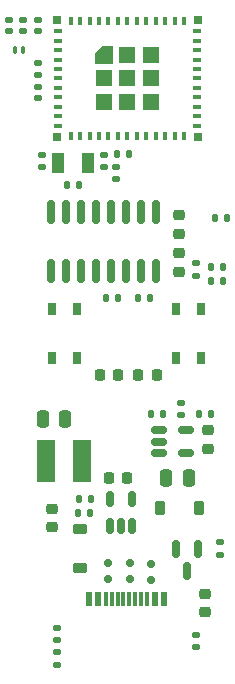
<source format=gbr>
%TF.GenerationSoftware,KiCad,Pcbnew,9.0.1*%
%TF.CreationDate,2025-04-24T12:06:56+02:00*%
%TF.ProjectId,crimpdeq,6372696d-7064-4657-912e-6b696361645f,rev?*%
%TF.SameCoordinates,Original*%
%TF.FileFunction,Paste,Top*%
%TF.FilePolarity,Positive*%
%FSLAX46Y46*%
G04 Gerber Fmt 4.6, Leading zero omitted, Abs format (unit mm)*
G04 Created by KiCad (PCBNEW 9.0.1) date 2025-04-24 12:06:56*
%MOMM*%
%LPD*%
G01*
G04 APERTURE LIST*
G04 Aperture macros list*
%AMRoundRect*
0 Rectangle with rounded corners*
0 $1 Rounding radius*
0 $2 $3 $4 $5 $6 $7 $8 $9 X,Y pos of 4 corners*
0 Add a 4 corners polygon primitive as box body*
4,1,4,$2,$3,$4,$5,$6,$7,$8,$9,$2,$3,0*
0 Add four circle primitives for the rounded corners*
1,1,$1+$1,$2,$3*
1,1,$1+$1,$4,$5*
1,1,$1+$1,$6,$7*
1,1,$1+$1,$8,$9*
0 Add four rect primitives between the rounded corners*
20,1,$1+$1,$2,$3,$4,$5,0*
20,1,$1+$1,$4,$5,$6,$7,0*
20,1,$1+$1,$6,$7,$8,$9,0*
20,1,$1+$1,$8,$9,$2,$3,0*%
%AMFreePoly0*
4,1,6,0.725000,-0.725000,-0.725000,-0.725000,-0.725000,0.125000,-0.125000,0.725000,0.725000,0.725000,0.725000,-0.725000,0.725000,-0.725000,$1*%
G04 Aperture macros list end*
%ADD10RoundRect,0.135000X-0.135000X-0.185000X0.135000X-0.185000X0.135000X0.185000X-0.135000X0.185000X0*%
%ADD11RoundRect,0.150000X-0.200000X0.150000X-0.200000X-0.150000X0.200000X-0.150000X0.200000X0.150000X0*%
%ADD12RoundRect,0.250000X-0.250000X-0.475000X0.250000X-0.475000X0.250000X0.475000X-0.250000X0.475000X0*%
%ADD13RoundRect,0.218750X-0.256250X0.218750X-0.256250X-0.218750X0.256250X-0.218750X0.256250X0.218750X0*%
%ADD14RoundRect,0.140000X0.170000X-0.140000X0.170000X0.140000X-0.170000X0.140000X-0.170000X-0.140000X0*%
%ADD15RoundRect,0.150000X-0.512500X-0.150000X0.512500X-0.150000X0.512500X0.150000X-0.512500X0.150000X0*%
%ADD16RoundRect,0.225000X-0.250000X0.225000X-0.250000X-0.225000X0.250000X-0.225000X0.250000X0.225000X0*%
%ADD17RoundRect,0.225000X-0.225000X-0.250000X0.225000X-0.250000X0.225000X0.250000X-0.225000X0.250000X0*%
%ADD18RoundRect,0.135000X-0.185000X0.135000X-0.185000X-0.135000X0.185000X-0.135000X0.185000X0.135000X0*%
%ADD19RoundRect,0.225000X0.250000X-0.225000X0.250000X0.225000X-0.250000X0.225000X-0.250000X-0.225000X0*%
%ADD20RoundRect,0.140000X-0.170000X0.140000X-0.170000X-0.140000X0.170000X-0.140000X0.170000X0.140000X0*%
%ADD21RoundRect,0.150000X-0.150000X0.587500X-0.150000X-0.587500X0.150000X-0.587500X0.150000X0.587500X0*%
%ADD22R,0.650000X1.050000*%
%ADD23RoundRect,0.135000X0.135000X0.185000X-0.135000X0.185000X-0.135000X-0.185000X0.135000X-0.185000X0*%
%ADD24RoundRect,0.225000X0.225000X0.375000X-0.225000X0.375000X-0.225000X-0.375000X0.225000X-0.375000X0*%
%ADD25RoundRect,0.150000X0.150000X-0.512500X0.150000X0.512500X-0.150000X0.512500X-0.150000X-0.512500X0*%
%ADD26RoundRect,0.135000X0.185000X-0.135000X0.185000X0.135000X-0.185000X0.135000X-0.185000X-0.135000X0*%
%ADD27R,0.800000X0.400000*%
%ADD28R,0.400000X0.800000*%
%ADD29FreePoly0,0.000000*%
%ADD30R,1.450000X1.450000*%
%ADD31R,0.700000X0.700000*%
%ADD32R,1.500000X3.600000*%
%ADD33R,1.000000X1.800000*%
%ADD34RoundRect,0.250000X0.250000X0.475000X-0.250000X0.475000X-0.250000X-0.475000X0.250000X-0.475000X0*%
%ADD35RoundRect,0.225000X-0.375000X0.225000X-0.375000X-0.225000X0.375000X-0.225000X0.375000X0.225000X0*%
%ADD36RoundRect,0.140000X0.140000X0.170000X-0.140000X0.170000X-0.140000X-0.170000X0.140000X-0.170000X0*%
%ADD37RoundRect,0.050000X0.100000X0.250000X-0.100000X0.250000X-0.100000X-0.250000X0.100000X-0.250000X0*%
%ADD38RoundRect,0.150000X0.150000X-0.850000X0.150000X0.850000X-0.150000X0.850000X-0.150000X-0.850000X0*%
%ADD39R,0.600000X1.150000*%
%ADD40R,0.300000X1.150000*%
G04 APERTURE END LIST*
D10*
%TO.C,R8*%
X148180000Y-70200000D03*
X149200000Y-70200000D03*
%TD*%
D11*
%TO.C,D10*%
X141000000Y-100800000D03*
X141000000Y-99400000D03*
%TD*%
D12*
%TO.C,C17*%
X133650000Y-87200000D03*
X135550000Y-87200000D03*
%TD*%
D13*
%TO.C,D1*%
X134400000Y-94812500D03*
X134400000Y-96387500D03*
%TD*%
D14*
%TO.C,C7*%
X133600000Y-65880000D03*
X133600000Y-64920000D03*
%TD*%
D11*
%TO.C,D9*%
X142800000Y-100900000D03*
X142800000Y-99500000D03*
%TD*%
D15*
%TO.C,U6*%
X143450000Y-88200000D03*
X143450000Y-89150000D03*
X143450000Y-90100000D03*
X145725000Y-90100000D03*
X145725000Y-88200000D03*
%TD*%
D11*
%TO.C,D7*%
X139200000Y-100800000D03*
X139200000Y-99400000D03*
%TD*%
D16*
%TO.C,C16*%
X147650000Y-88200000D03*
X147650000Y-89750000D03*
%TD*%
D17*
%TO.C,C10*%
X141725000Y-83500000D03*
X143275000Y-83500000D03*
%TD*%
D10*
%TO.C,R6*%
X141690000Y-77000000D03*
X142710000Y-77000000D03*
%TD*%
D16*
%TO.C,C11*%
X145200000Y-70000000D03*
X145200000Y-71550000D03*
%TD*%
D18*
%TO.C,R19*%
X134800000Y-104890000D03*
X134800000Y-105910000D03*
%TD*%
D19*
%TO.C,C12*%
X145200000Y-74750000D03*
X145200000Y-73200000D03*
%TD*%
D20*
%TO.C,C3*%
X133200000Y-59120000D03*
X133200000Y-60080000D03*
%TD*%
D10*
%TO.C,R11*%
X139890000Y-64800000D03*
X140910000Y-64800000D03*
%TD*%
D21*
%TO.C,Q2*%
X146800000Y-98262500D03*
X144900000Y-98262500D03*
X145850000Y-100137500D03*
%TD*%
D22*
%TO.C,SW2*%
X144925000Y-82075000D03*
X144925000Y-77925000D03*
X147075000Y-82075000D03*
X147075000Y-77925000D03*
%TD*%
D14*
%TO.C,C1*%
X133200000Y-54400000D03*
X133200000Y-53440000D03*
%TD*%
%TO.C,C4*%
X130800000Y-54400000D03*
X130800000Y-53440000D03*
%TD*%
D23*
%TO.C,R15*%
X147870000Y-86800000D03*
X146850000Y-86800000D03*
%TD*%
D24*
%TO.C,D2*%
X146850000Y-94800000D03*
X143550000Y-94800000D03*
%TD*%
D25*
%TO.C,U2*%
X139300000Y-96275000D03*
X140250000Y-96275000D03*
X141200000Y-96275000D03*
X141200000Y-94000000D03*
X139300000Y-94000000D03*
%TD*%
D18*
%TO.C,R9*%
X148600000Y-97690000D03*
X148600000Y-98710000D03*
%TD*%
D23*
%TO.C,R10*%
X148910000Y-74375000D03*
X147890000Y-74375000D03*
%TD*%
D18*
%TO.C,R18*%
X146600000Y-105490000D03*
X146600000Y-106510000D03*
%TD*%
D26*
%TO.C,R17*%
X134800000Y-108020000D03*
X134800000Y-107000000D03*
%TD*%
D27*
%TO.C,U1*%
X134900000Y-54400000D03*
X134900000Y-55200000D03*
X134900000Y-56000000D03*
X134900000Y-56800000D03*
X134900000Y-57600000D03*
X134900000Y-58400000D03*
X134900000Y-59200000D03*
X134900000Y-60000000D03*
X134900000Y-60800000D03*
X134900000Y-61600000D03*
X134900000Y-62400000D03*
D28*
X136000000Y-63300000D03*
X136800000Y-63300000D03*
X137600000Y-63300000D03*
X138400000Y-63300000D03*
X139200000Y-63300000D03*
X140000000Y-63300000D03*
X140800000Y-63300000D03*
X141600000Y-63300000D03*
X142400000Y-63300000D03*
X143200000Y-63300000D03*
X144000000Y-63300000D03*
X144800000Y-63300000D03*
X145600000Y-63300000D03*
D27*
X146700000Y-62400000D03*
X146700000Y-61600000D03*
X146700000Y-60800000D03*
X146700000Y-60000000D03*
X146700000Y-59200000D03*
X146700000Y-58400000D03*
X146700000Y-57600000D03*
X146700000Y-56800000D03*
X146700000Y-56000000D03*
X146700000Y-55200000D03*
X146700000Y-54400000D03*
D28*
X145600000Y-53500000D03*
X144800000Y-53500000D03*
X144000000Y-53500000D03*
X143200000Y-53500000D03*
X142400000Y-53500000D03*
X141600000Y-53500000D03*
X140800000Y-53500000D03*
X140000000Y-53500000D03*
X139200000Y-53500000D03*
X138400000Y-53500000D03*
X137600000Y-53500000D03*
X136800000Y-53500000D03*
X136000000Y-53500000D03*
D29*
X138825000Y-56425000D03*
D30*
X138825000Y-58400000D03*
X138825000Y-60375000D03*
X140800000Y-56425000D03*
X140800000Y-58400000D03*
X140800000Y-60375000D03*
X142775000Y-56425000D03*
X142775000Y-58400000D03*
X142775000Y-60375000D03*
D31*
X146750000Y-53450000D03*
X146750000Y-63350000D03*
X134850000Y-63350000D03*
X134850000Y-53450000D03*
%TD*%
D23*
%TO.C,R3*%
X137620000Y-95200000D03*
X136600000Y-95200000D03*
%TD*%
D32*
%TO.C,L1*%
X136925000Y-90800000D03*
X133875000Y-90800000D03*
%TD*%
D14*
%TO.C,C2*%
X132000000Y-54400000D03*
X132000000Y-53440000D03*
%TD*%
D26*
%TO.C,R16*%
X145340000Y-86910000D03*
X145340000Y-85890000D03*
%TD*%
%TO.C,R12*%
X139800000Y-66910000D03*
X139800000Y-65890000D03*
%TD*%
D20*
%TO.C,C8*%
X138800000Y-64920000D03*
X138800000Y-65880000D03*
%TD*%
D18*
%TO.C,R1*%
X133200000Y-57090000D03*
X133200000Y-58110000D03*
%TD*%
D23*
%TO.C,R14*%
X143850000Y-86800000D03*
X142830000Y-86800000D03*
%TD*%
D33*
%TO.C,Y1*%
X134950000Y-65600000D03*
X137450000Y-65600000D03*
%TD*%
D26*
%TO.C,R7*%
X146600000Y-75085000D03*
X146600000Y-74065000D03*
%TD*%
D17*
%TO.C,C9*%
X138450000Y-83500000D03*
X140000000Y-83500000D03*
%TD*%
%TO.C,C5*%
X139225000Y-92200000D03*
X140775000Y-92200000D03*
%TD*%
D34*
%TO.C,C15*%
X146000000Y-92200000D03*
X144100000Y-92200000D03*
%TD*%
D16*
%TO.C,C6*%
X147400000Y-102025000D03*
X147400000Y-103575000D03*
%TD*%
D35*
%TO.C,D8*%
X136800000Y-96550000D03*
X136800000Y-99850000D03*
%TD*%
D22*
%TO.C,SW1*%
X134425000Y-82075000D03*
X134425000Y-77925000D03*
X136575000Y-82075000D03*
X136575000Y-77925000D03*
%TD*%
D36*
%TO.C,C14*%
X148880000Y-75575000D03*
X147920000Y-75575000D03*
%TD*%
D10*
%TO.C,R2*%
X136690000Y-94000000D03*
X137710000Y-94000000D03*
%TD*%
D37*
%TO.C,D3*%
X131950000Y-56000000D03*
X131250000Y-56000000D03*
%TD*%
D10*
%TO.C,R5*%
X138980000Y-77000000D03*
X140000000Y-77000000D03*
%TD*%
D38*
%TO.C,U3*%
X134355000Y-74700000D03*
X135625000Y-74700000D03*
X136895000Y-74700000D03*
X138165000Y-74700000D03*
X139435000Y-74700000D03*
X140705000Y-74700000D03*
X141975000Y-74700000D03*
X143245000Y-74700000D03*
X143245000Y-69700000D03*
X141975000Y-69700000D03*
X140705000Y-69700000D03*
X139435000Y-69700000D03*
X138165000Y-69700000D03*
X136895000Y-69700000D03*
X135625000Y-69700000D03*
X134355000Y-69700000D03*
%TD*%
D10*
%TO.C,R4*%
X135690000Y-67400000D03*
X136710000Y-67400000D03*
%TD*%
D39*
%TO.C,J2*%
X137520000Y-102445000D03*
X138320000Y-102445000D03*
D40*
X139470000Y-102445000D03*
X140470000Y-102445000D03*
X140970000Y-102445000D03*
X141970000Y-102445000D03*
D39*
X143920000Y-102445000D03*
X143120000Y-102445000D03*
D40*
X142470000Y-102445000D03*
X141470000Y-102445000D03*
X139970000Y-102445000D03*
X138970000Y-102445000D03*
%TD*%
M02*

</source>
